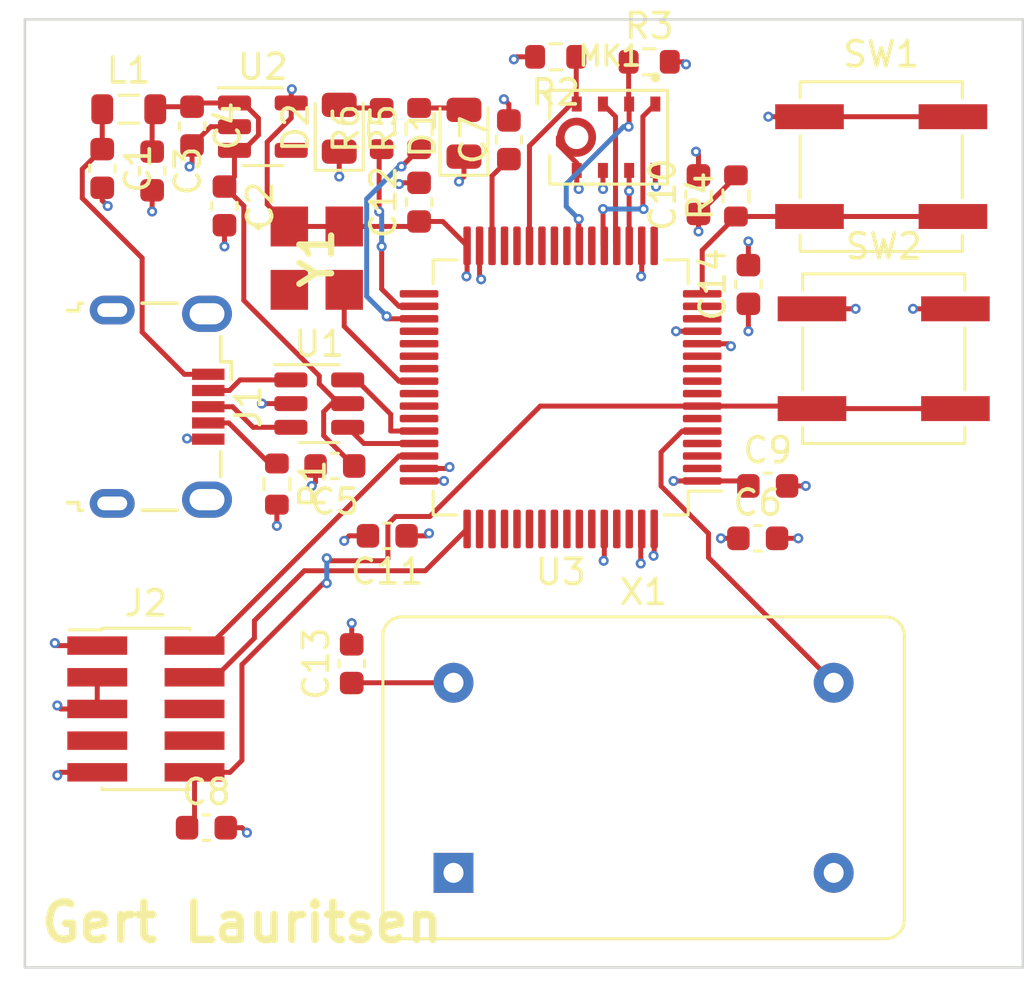
<source format=kicad_pcb>
(kicad_pcb (version 20211014) (generator pcbnew)
  (layers (0 "F.Cu" signal) (1 "In1.Cu" signal) (2 "In2.Cu" signal) (31 "B.Cu" signal) (34 "B.Paste" user) (35 "F.Paste" user) (36 "B.SilkS" user "B.Silkscreen") (37 "F.SilkS" user "F.Silkscreen") (38 "B.Mask" user) (39 "F.Mask" user) (44 "Edge.Cuts" user))
  (net 0 "")
  (net 1 "Net-(C1-Pad1)")
  (net 2 "GND")
  (net 3 "+5V")
  (net 4 "+3V3")
  (net 5 "Net-(C7-Pad1)")
  (net 6 "RST")
  (net 7 "Net-(D1-Pad2)")
  (net 8 "Net-(D2-Pad2)")
  (net 9 "Net-(J1-Pad2)")
  (net 10 "Net-(J1-Pad3)")
  (net 11 "Net-(J1-Pad4)")
  (net 12 "SWDIO")
  (net 13 "SWCLK")
  (net 17 "CK")
  (net 18 "SD")
  (net 19 "WS")
  (net 20 "LR")
  (net 21 "Mute")
  (net 22 "Net-(R5-Pad1)")
  (net 23 "Net-(R6-Pad1)")
  (net 24 "USB_P")
  (net 25 "USB_N")
  (net 30 "Net-(U3-Pad5)")
  (net 50 "Net-(U3-Pad40)")
  (footprint "Resistor_SMD:R_0603_1608Metric" (layer "F.Cu") (at 81.8 62.375 90)
    (fp_text reference "R5")
    (fp_text value "330")
  )
  (footprint "LED_SMD:LED_0805_2012Metric" (layer "F.Cu") (at 83.6 62.5625 90)
    (fp_text reference "D1")
    (fp_text value "LED")
  )
  (footprint "Resistor_SMD:R_0603_1608Metric" (layer "F.Cu") (at 80.3 62.375 90)
    (fp_text reference "R6")
    (fp_text value "330")
  )
  (footprint "Resistor_SMD:R_0603_1608Metric" (layer "F.Cu") (at 91.025 59.7)
    (fp_text reference "R3")
    (fp_text value "100k")
  )
  (footprint "Capacitor_SMD:C_0603_1608Metric" (layer "F.Cu") (at 69.1 63.975 -90)
    (fp_text reference "C1")
    (fp_text value "10nF")
  )
  (footprint "Button_Switch_SMD:SW_SPST_B3SL-1002P" (layer "F.Cu") (at 100.425 71.6)
    (fp_text reference "SW2")
    (fp_text value "SW_Push")
  )
  (footprint "LED_SMD:LED_0805_2012Metric" (layer "F.Cu") (at 78.6 62.3625 90)
    (fp_text reference "D2")
    (fp_text value "LED")
  )
  (footprint "SamacSys_Parts:SG8018CB122880MTJHPA3" (layer "F.Cu") (at 77.7 67.57 -90)
    (fp_text reference "Y1")
    (fp_text value "SG-8018CB_12.2880M-TJHPA3" hide)
  )
  (footprint "Oscillator:Oscillator_DIP-14" (layer "F.Cu") (at 83.18 92.21)
    (fp_text reference "X1")
    (fp_text value "ACO-xxxMHz")
  )
  (footprint "Capacitor_SMD:C_0603_1608Metric" (layer "F.Cu") (at 80.525 78.7 180)
    (fp_text reference "C11")
    (fp_text value "1uF")
  )
  (footprint "Inductor_SMD:L_0805_2012Metric" (layer "F.Cu") (at 70.1625 61.6)
    (fp_text reference "L1")
    (fp_text value "INDUCTOR")
  )
  (footprint "Connector_USB:USB_Micro-B_Wuerth_629105150521" (layer "F.Cu") (at 71.45 73.525 -90)
    (fp_text reference "J1")
    (fp_text value "USB_B_Micro")
  )
  (footprint "Capacitor_SMD:C_0603_1608Metric" (layer "F.Cu") (at 81.8 65.325 90)
    (fp_text reference "C12")
    (fp_text value "1uF")
  )
  (footprint "Capacitor_SMD:C_0603_1608Metric" (layer "F.Cu") (at 95.775 76.7)
    (fp_text reference "C9")
    (fp_text value "1uF")
  )
  (footprint "Package_TO_SOT_SMD:SOT-23-6" (layer "F.Cu") (at 77.8 73.4)
    (fp_text reference "U1")
    (fp_text value "USBLC6-2SC6")
  )
  (footprint "Package_QFP:LQFP-64_10x10mm_P0.5mm" (layer "F.Cu") (at 87.475 72.75 180)
    (fp_text reference "U3")
    (fp_text value "STM32F446RCTx")
  )
  (footprint "Resistor_SMD:R_0603_1608Metric" (layer "F.Cu") (at 94.5 65.075 90)
    (fp_text reference "R4")
    (fp_text value "100k")
  )
  (footprint "Resistor_SMD:R_0603_1608Metric" (layer "F.Cu") (at 87.275 59.5 180)
    (fp_text reference "R2")
    (fp_text value "100k")
  )
  (footprint "Capacitor_SMD:C_0603_1608Metric" (layer "F.Cu") (at 78.425 75.9 180)
    (fp_text reference "C5")
    (fp_text value "1uF")
  )
  (footprint "Capacitor_SMD:C_0603_1608Metric" (layer "F.Cu") (at 71.1 64.075 -90)
    (fp_text reference "C3")
    (fp_text value "4u7")
  )
  (footprint "Capacitor_SMD:C_0603_1608Metric" (layer "F.Cu") (at 95 68.625 90)
    (fp_text reference "C14")
    (fp_text value "1uF")
  )
  (footprint "Capacitor_SMD:C_0603_1608Metric" (layer "F.Cu") (at 85.4 62.825 90)
    (fp_text reference "C7")
    (fp_text value "4u7")
  )
  (footprint "Capacitor_SMD:C_0603_1608Metric" (layer "F.Cu") (at 79.1 83.825 90)
    (fp_text reference "C13")
    (fp_text value "1uF")
  )
  (footprint "Capacitor_SMD:C_0603_1608Metric" (layer "F.Cu") (at 72.7 62.275 -90)
    (fp_text reference "C4")
    (fp_text value "22uf")
  )
  (footprint "Capacitor_SMD:C_0603_1608Metric" (layer "F.Cu") (at 95.375 78.8)
    (fp_text reference "C6")
    (fp_text value "1uF")
  )
  (footprint "Capacitor_SMD:C_0603_1608Metric" (layer "F.Cu") (at 74 65.475 -90)
    (fp_text reference "C2")
    (fp_text value "100nF")
  )
  (footprint "Connector_PinHeader_1.27mm:PinHeader_2x05_P1.27mm_Vertical_SMD" (layer "F.Cu") (at 70.85 85.64)
    (fp_text reference "J2")
    (fp_text value "Prog")
  )
  (footprint "SnapEDA Library:MIC_INMP441ACEZ-R7" (layer "F.Cu") (at 89.4 62.7225)
    (fp_text reference "MK1")
    (fp_text value "INMP441ACEZ-R7")
  )
  (footprint "Resistor_SMD:R_0603_1608Metric" (layer "F.Cu") (at 76.1 76.625 -90)
    (fp_text reference "R1")
    (fp_text value "100k")
  )
  (footprint "Capacitor_SMD:C_0603_1608Metric" (layer "F.Cu") (at 73.275 90.4)
    (fp_text reference "C8")
    (fp_text value "100nF")
  )
  (footprint "Capacitor_SMD:C_0603_1608Metric" (layer "F.Cu") (at 93 65.025 90)
    (fp_text reference "C10")
    (fp_text value "1uF")
  )
  (footprint "Package_TO_SOT_SMD:SOT-23-5" (layer "F.Cu") (at 75.5375 62.3)
    (fp_text reference "U2")
    (fp_text value "LP5907MFX-3.3")
  )
  (footprint "Button_Switch_SMD:SW_SPST_B3SL-1002P" (layer "F.Cu") (at 100.325 63.9)
    (fp_text reference "SW1")
    (fp_text value "SW_Push")
  )
  (gr_line (start 106 58) (end 106 96) (layer "Edge.Cuts") (width 0.1))
  (gr_line (start 66 96) (end 106 96) (layer "Edge.Cuts") (width 0.1))
  (gr_line (start 66 58) (end 106 58) (layer "Edge.Cuts") (width 0.1))
  (gr_line (start 66 58) (end 66 96) (layer "Edge.Cuts") (width 0.1))
  (gr_text "Gert Lauritsen" (at 74.7 94.2) (layer "F.SilkS") (effects (font (size 1.5 1.5) (thickness 0.3))))
  (segment (start 68.3 64) (end 69.1 63.2) (width 0.2) (layer "F.Cu") (net 1))
  (segment (start 70.7 67.566783) (end 68.3 65.166783) (width 0.2) (layer "F.Cu") (net 1))
  (segment (start 70.7 70.534984) (end 70.7 67.566783) (width 0.2) (layer "F.Cu") (net 1))
  (segment (start 72.390016 72.225) (end 70.7 70.534984) (width 0.2) (layer "F.Cu") (net 1))
  (segment (start 69.1 61.6) (end 69.1 63.2) (width 0.2) (layer "F.Cu") (net 1))
  (segment (start 68.3 65.166783) (end 68.3 64) (width 0.2) (layer "F.Cu") (net 1))
  (segment (start 73.35 72.225) (end 72.390016 72.225) (width 0.2) (layer "F.Cu") (net 1))
  (segment (start 86.45 59.5) (end 85.7 59.5) (width 0.2) (layer "F.Cu") (net 2))
  (segment (start 97.45 61.9) (end 95.8 61.9) (width 0.2) (layer "F.Cu") (net 2))
  (segment (start 77.65 75.9) (end 77.65 76.55) (width 0.2) (layer "F.Cu") (net 2))
  (segment (start 72.7 63.05) (end 73.45 62.3) (width 0.2) (layer "F.Cu") (net 2))
  (segment (start 67.42 88.18) (end 67.3 88.3) (width 0.2) (layer "F.Cu") (net 2))
  (segment (start 91.27 64.67) (end 91.3 64.7) (width 0.2) (layer "F.Cu") (net 2))
  (segment (start 91.27 64.0525) (end 91.27 64.67) (width 0.2) (layer "F.Cu") (net 2))
  (segment (start 88.12 64.72) (end 88.2 64.8) (width 0.2) (layer "F.Cu") (net 2))
  (segment (start 83.6 63.5) (end 83.6 64.3) (width 0.2) (layer "F.Cu") (net 2))
  (segment (start 103.3 69.6) (end 101.6 69.6) (width 0.2) (layer "F.Cu") (net 2))
  (segment (start 74 66.25) (end 74 67.1) (width 0.2) (layer "F.Cu") (net 2))
  (segment (start 77.65 76.55) (end 77.5 76.7) (width 0.2) (layer "F.Cu") (net 2))
  (segment (start 89.225 78.425) (end 89.225 79.675) (width 0.2) (layer "F.Cu") (net 2))
  (segment (start 81.05 64.55) (end 81 64.6) (width 0.2) (layer "F.Cu") (net 2))
  (segment (start 72.7 63.8) (end 72.6 63.9) (width 0.2) (layer "F.Cu") (net 2))
  (segment (start 87.385479 63.022608) (end 87.385479 62.7225) (width 0.2) (layer "F.Cu") (net 2))
  (segment (start 82.966026 76) (end 83.02265 75.943376) (width 0.2) (layer "F.Cu") (net 2))
  (segment (start 90.685931 78.464069) (end 90.685931 79.808441) (width 0.2) (layer "F.Cu") (net 2))
  (segment (start 83.6 64.3) (end 83.4 64.5) (width 0.2) (layer "F.Cu") (net 2))
  (segment (start 96.15 78.8) (end 97 78.8) (width 0.2) (layer "F.Cu") (net 2))
  (segment (start 79.1 83.05) (end 79.1 82.2) (width 0.2) (layer "F.Cu") (net 2))
  (segment (start 79.75 78.7) (end 79 78.7) (width 0.2) (layer "F.Cu") (net 2))
  (segment (start 74.7 90.4) (end 74.9 90.6) (width 0.2) (layer "F.Cu") (net 2))
  (segment (start 68.9 88.18) (end 67.42 88.18) (width 0.2) (layer "F.Cu") (net 2))
  (segment (start 85.7 59.5) (end 85.6 59.6) (width 0.2) (layer "F.Cu") (net 2))
  (segment (start 79 78.7) (end 78.8 78.9) (width 0.2) (layer "F.Cu") (net 2))
  (segment (start 84.225 67.075) (end 84.225 68.355563) (width 0.2) (layer "F.Cu") (net 2))
  (segment (start 76.6625 73.4) (end 75.5 73.4) (width 0.2) (layer "F.Cu") (net 2))
  (segment (start 91.85 59.7) (end 92.4 59.7) (width 0.2) (layer "F.Cu") (net 2))
  (segment (start 68.9 85.64) (end 67.44 85.64) (width 0.2) (layer "F.Cu") (net 2))
  (segment (start 93 63.4) (end 92.9 63.3) (width 0.2) (layer "F.Cu") (net 2))
  (segment (start 88.12 64.0525) (end 88.12 64.72) (width 0.2) (layer "F.Cu") (net 2))
  (segment (start 84.225 68.355563) (end 84.287718 68.418281) (width 0.2) (layer "F.Cu") (net 2))
  (segment (start 81.8 64.55) (end 81.05 64.55) (width 0.2) (layer "F.Cu") (net 2))
  (segment (start 95 67.85) (end 95 66.9) (width 0.2) (layer "F.Cu") (net 2))
  (segment (start 97.55 69.6) (end 99.3 69.6) (width 0.2) (layer "F.Cu") (net 2))
  (segment (start 103.2 61.9) (end 97.45 61.9) (width 0.2) (layer "F.Cu") (net 2))
  (segment (start 73.35 74.825) (end 72.525 74.825) (width 0.2) (layer "F.Cu") (net 2))
  (segment (start 71.1 64.85) (end 71.1 65.7) (width 0.2) (layer "F.Cu") (net 2))
  (segment (start 85.4 62.05) (end 85.4 61.4) (width 0.2) (layer "F.Cu") (net 2))
  (segment (start 85.4 61.4) (end 85.2 61.2) (width 0.2) (layer "F.Cu") (net 2))
  (segment (start 92.4 59.7) (end 92.5 59.8) (width 0.2) (layer "F.Cu") (net 2))
  (segment (start 69.1 64.75) (end 69.1 65.260382) (width 0.2) (layer "F.Cu") (net 2))
  (segment (start 90.725 78.425) (end 90.685931 78.464069) (width 0.2) (layer "F.Cu") (net 2))
  (segment (start 96.55 76.7) (end 97.3 76.7) (width 0.2) (layer "F.Cu") (net 2))
  (segment (start 68.9 84.37) (end 68.9 85.64) (width 0.2) (layer "F.Cu") (net 2))
  (segment (start 78.6 63.3) (end 78.6 64.3) (width 0.2) (layer "F.Cu") (net 2))
  (segment (start 81.8 76) (end 82.966026 76) (width 0.2) (layer "F.Cu") (net 2))
  (segment (start 72.7 63.05) (end 72.7 63.8) (width 0.2) (layer "F.Cu") (net 2))
  (segment (start 72.525 74.825) (end 72.5 74.8) (width 0.2) (layer "F.Cu") (net 2))
  (segment (start 90.725 67.075) (end 90.725 68.275) (width 0.2) (layer "F.Cu") (net 2))
  (segment (start 94.2 71) (end 94.3 71.1) (width 0.2) (layer "F.Cu") (net 2))
  (segment (start 88.12 64.0525) (end 88.12 63.757129) (width 0.2) (layer "F.Cu") (net 2))
  (segment (start 76.1 77.45) (end 76.1 78.3) (width 0.2) (layer "F.Cu") (net 2))
  (segment (start 90.725 68.275) (end 90.7 68.3) (width 0.2) (layer "F.Cu") (net 2))
  (segment (start 93 64.25) (end 93 63.4) (width 0.2) (layer "F.Cu") (net 2))
  (segment (start 74.05 90.4) (end 74.7 90.4) (width 0.2) (layer "F.Cu") (net 2))
  (segment (start 88.12 63.757129) (end 87.385479 63.022608) (width 0.2) (layer "F.Cu") (net 2))
  (segment (start 67.44 85.64) (end 67.3 85.5) (width 0.2) (layer "F.Cu") (net 2))
  (segment (start 73.45 62.3) (end 74.4 62.3) (width 0.2) (layer "F.Cu") (net 2))
  (segment (start 93.15 71) (end 94.2 71) (width 0.2) (layer "F.Cu") (net 2))
  (segment (start 69.1 65.260382) (end 69.319809 65.480191) (width 0.2) (layer "F.Cu") (net 2))
  (segment (start 89.225 79.675) (end 89.2 79.7) (width 0.2) (layer "F.Cu") (net 2))
  (via (at 67.3 88.3) (size 0.4) (drill 0.2) (layers "F.Cu" "B.Cu") (net 2))
  (via (at 89.2 79.7) (size 0.4) (drill 0.2) (layers "F.Cu" "B.Cu") (net 2))
  (via (at 83.4 64.5) (size 0.4) (drill 0.2) (layers "F.Cu" "B.Cu") (net 2))
  (via (at 83.02265 75.943376) (size 0.4) (drill 0.2) (layers "F.Cu" "B.Cu") (net 2))
  (via (at 97.3 76.7) (size 0.4) (drill 0.2) (layers "F.Cu" "B.Cu") (net 2))
  (via (at 81 64.6) (size 0.4) (drill 0.2) (layers "F.Cu" "B.Cu") (net 2))
  (via (at 69.319809 65.480191) (size 0.4) (drill 0.2) (layers "F.Cu" "B.Cu") (net 2))
  (via (at 76.1 78.3) (size 0.4) (drill 0.2) (layers "F.Cu" "B.Cu") (net 2))
  (via (at 78.8 78.9) (size 0.4) (drill 0.2) (layers "F.Cu" "B.Cu") (net 2))
  (via (at 95.8 61.9) (size 0.4) (drill 0.2) (layers "F.Cu" "B.Cu") (net 2))
  (via (at 88.2 64.8) (size 0.4) (drill 0.2) (layers "F.Cu" "B.Cu") (net 2))
  (via (at 72.6 63.9) (size 0.4) (drill 0.2) (layers "F.Cu" "B.Cu") (net 2))
  (via (at 97 78.8) (size 0.4) (drill 0.2) (layers "F.Cu" "B.Cu") (net 2))
  (via (at 90.685931 79.808441) (size 0.4) (drill 0.2) (layers "F.Cu" "B.Cu") (net 2))
  (via (at 77.5 76.7) (size 0.4) (drill 0.2) (layers "F.Cu" "B.Cu") (net 2))
  (via (at 78.6 64.3) (size 0.4) (drill 0.2) (layers "F.Cu" "B.Cu") (net 2))
  (via (at 67.3 85.5) (size 0.4) (drill 0.2) (layers "F.Cu" "B.Cu") (net 2))
  (via (at 95 66.9) (size 0.4) (drill 0.2) (layers "F.Cu" "B.Cu") (net 2))
  (via (at 99.3 69.6) (size 0.4) (drill 0.2) (layers "F.Cu" "B.Cu") (net 2))
  (via (at 92.9 63.3) (size 0.4) (drill 0.2) (layers "F.Cu" "B.Cu") (net 2))
  (via (at 92.5 59.8) (size 0.4) (drill 0.2) (layers "F.Cu" "B.Cu") (net 2))
  (via (at 74.9 90.6) (size 0.4) (drill 0.2) (layers "F.Cu" "B.Cu") (net 2))
  (via (at 94.3 71.1) (size 0.4) (drill 0.2) (layers "F.Cu" "B.Cu") (net 2))
  (via (at 101.6 69.6) (size 0.4) (drill 0.2) (layers "F.Cu" "B.Cu") (net 2))
  (via (at 85.6 59.6) (size 0.4) (drill 0.2) (layers "F.Cu" "B.Cu") (net 2))
  (via (at 75.5 73.4) (size 0.4) (drill 0.2) (layers "F.Cu" "B.Cu") (net 2))
  (via (at 85.2 61.2) (size 0.4) (drill 0.2) (layers "F.Cu" "B.Cu") (net 2))
  (via (at 74 67.1) (size 0.4) (drill 0.2) (layers "F.Cu" "B.Cu") (net 2))
  (via (at 91.3 64.7) (size 0.4) (drill 0.2) (layers "F.Cu" "B.Cu") (net 2))
  (via (at 79.1 82.2) (size 0.4) (drill 0.2) (layers "F.Cu" "B.Cu") (net 2))
  (via (at 84.287718 68.418281) (size 0.4) (drill 0.2) (layers "F.Cu" "B.Cu") (net 2))
  (via (at 72.5 74.8) (size 0.4) (drill 0.2) (layers "F.Cu" "B.Cu") (net 2))
  (via (at 71.1 65.7) (size 0.4) (drill 0.2) (layers "F.Cu" "B.Cu") (net 2))
  (via (at 90.7 68.3) (size 0.4) (drill 0.2) (layers "F.Cu" "B.Cu") (net 2))
  (segment (start 79.2 75.9) (end 79.189283 75.9) (width 0.2) (layer "F.Cu") (net 3))
  (segment (start 74.4 64.3) (end 74 64.7) (width 0.2) (layer "F.Cu") (net 3))
  (segment (start 78.9375 73.4) (end 78.589283 73.4) (width 0.2) (layer "F.Cu") (net 3))
  (segment (start 74.4 63.25) (end 74.4 64.3) (width 0.2) (layer "F.Cu") (net 3))
  (segment (start 71.1 61.725) (end 71.225 61.6) (width 0.2) (layer "F.Cu") (net 3))
  (segment (start 78.589283 73.4) (end 77.8 72.610717) (width 0.2) (layer "F.Cu") (net 3))
  (segment (start 75.36202 62.636197) (end 75.36202 61.963803) (width 0.2) (layer "F.Cu") (net 3))
  (segment (start 77.97548 74.686197) (end 77.97548 73.72452) (width 0.2) (layer "F.Cu") (net 3))
  (segment (start 78.3 73.4) (end 78.9375 73.4) (width 0.2) (layer "F.Cu") (net 3))
  (segment (start 71.1 63.3) (end 71.1 61.725) (width 0.2) (layer "F.Cu") (net 3))
  (segment (start 77.97548 73.72452) (end 78.3 73.4) (width 0.2) (layer "F.Cu") (net 3))
  (segment (start 74.4 61.35) (end 72.85 61.35) (width 0.2) (layer "F.Cu") (net 3))
  (segment (start 74.748217 63.25) (end 75.36202 62.636197) (width 0.2) (layer "F.Cu") (net 3))
  (segment (start 75.36202 61.963803) (end 74.748217 61.35) (width 0.2) (layer "F.Cu") (net 3))
  (segment (start 77.8 72.610717) (end 77.8 72.289283) (width 0.2) (layer "F.Cu") (net 3))
  (segment (start 72.85 61.35) (end 72.7 61.5) (width 0.2) (layer "F.Cu") (net 3))
  (segment (start 72.7 61.5) (end 71.325 61.5) (width 0.2) (layer "F.Cu") (net 3))
  (segment (start 74.4 63.25) (end 74.748217 63.25) (width 0.2) (layer "F.Cu") (net 3))
  (segment (start 74.748217 61.35) (end 74.4 61.35) (width 0.2) (layer "F.Cu") (net 3))
  (segment (start 79.189283 75.9) (end 77.97548 74.686197) (width 0.2) (layer "F.Cu") (net 3))
  (segment (start 77.8 72.289283) (end 74.77452 69.263803) (width 0.2) (layer "F.Cu") (net 3))
  (segment (start 74.77452 69.263803) (end 74.77452 65.47452) (width 0.2) (layer "F.Cu") (net 3))
  (segment (start 71.325 61.5) (end 71.225 61.6) (width 0.2) (layer "F.Cu") (net 3))
  (segment (start 74.77452 65.47452) (end 74 64.7) (width 0.2) (layer "F.Cu") (net 3))
  (segment (start 76.675 61.35) (end 76.675 60.825) (width 0.2) (layer "F.Cu") (net 4))
  (segment (start 93 65.8) (end 94.5 64.3) (width 0.2) (layer "F.Cu") (net 4))
  (segment (start 82.1 78.7) (end 82.2 78.6) (width 0.2) (layer "F.Cu") (net 4))
  (segment (start 75.71298 65.41298) (end 76.6 66.3) (width 0.2) (layer "F.Cu") (net 4))
  (segment (start 93 65.8) (end 93 66.5) (width 0.2) (layer "F.Cu") (net 4))
  (segment (start 68.9 83.1) (end 67.3 83.1) (width 0.2) (layer "F.Cu") (net 4))
  (segment (start 91.225 78.425) (end 91.225 79.475) (width 0.2) (layer "F.Cu") (net 4))
  (segment (start 90.22 64.88) (end 90.22 67.07) (width 0.2) (layer "F.Cu") (net 4))
  (segment (start 83.725 67.075) (end 82.75 66.1) (width 0.2) (layer "F.Cu") (net 4))
  (segment (start 81.3 78.7) (end 82.1 78.7) (width 0.2) (layer "F.Cu") (net 4))
  (segment (start 94.5 64.3) (end 94.5 64.25) (width 0.2) (layer "F.Cu") (net 4))
  (segment (start 79.11 84.59) (end 83.18 84.59) (width 0.2) (layer "F.Cu") (net 4))
  (segment (start 78.8 66.3) (end 76.6 66.3) (width 0.2) (layer "F.Cu") (net 4))
  (segment (start 78.8 66.3) (end 81.6 66.3) (width 0.2) (layer "F.Cu") (net 4))
  (segment (start 93.15 76.5) (end 94.8 76.5) (width 0.2) (layer "F.Cu") (net 4))
  (segment (start 76.675 60.825) (end 76.7 60.8) (width 0.2) (layer "F.Cu") (net 4))
  (segment (start 76.675 61.951783) (end 75.71298 62.913803) (width 0.2) (layer "F.Cu") (net 4))
  (segment (start 81.6 66.3) (end 81.8 66.1) (width 0.2) (layer "F.Cu") (net 4))
  (segment (start 89.17 64.79498) (end 89.17502 64.8) (width 0.2) (layer "F.Cu") (net 4))
  (segment (start 81.8 76.5) (end 82.8 76.5) (width 0.2) (layer "F.Cu") (net 4))
  (segment (start 82.75 66.1) (end 81.8 66.1) (width 0.2) (layer "F.Cu") (net 4))
  (segment (start 83.725 67.075) (end 83.725 68.275) (width 0.2) (layer "F.Cu") (net 4))
  (segment (start 90.22 67.07) (end 90.225 67.075) (width 0.2) (layer "F.Cu") (net 4))
  (segment (start 95 69.4) (end 95 70.5) (width 0.2) (layer "F.Cu") (net 4))
  (segment (start 90.22 64.0525) (end 90.22 64.88) (width 0.2) (layer "F.Cu") (net 4))
  (segment (start 76.675 61.35) (end 76.675 61.951783) (width 0.2) (layer "F.Cu") (net 4))
  (segment (start 94.6 78.8) (end 93.9 78.8) (width 0.2) (layer "F.Cu") (net 4))
  (segment (start 79.1 84.6) (end 79.11 84.59) (width 0.2) (layer "F.Cu") (net 4))
  (segment (start 67.3 83.1) (end 67.2 83) (width 0.2) (layer "F.Cu") (net 4))
  (segment (start 89.17 64.0525) (end 89.17 64.79498) (width 0.2) (layer "F.Cu") (net 4))
  (segment (start 93.15 70.5) (end 92.1 70.5) (width 0.2) (layer "F.Cu") (net 4))
  (segment (start 91.225 79.475) (end 91.2 79.5) (width 0.2) (layer "F.Cu") (net 4))
  (segment (start 94.8 76.5) (end 95 76.7) (width 0.2) (layer "F.Cu") (net 4))
  (segment (start 75.71298 62.913803) (end 75.71298 65.41298) (width 0.2) (layer "F.Cu") (net 4))
  (segment (start 83.725 68.275) (end 83.7 68.3) (width 0.2) (layer "F.Cu") (net 4))
  (segment (start 93.15 76.5) (end 92 76.5) (width 0.2) (layer "F.Cu") (net 4))
  (via (at 82.8 76.5) (size 0.4) (drill 0.2) (layers "F.Cu" "B.Cu") (net 4))
  (via (at 92 76.5) (size 0.4) (drill 0.2) (layers "F.Cu" "B.Cu") (net 4))
  (via (at 93.9 78.8) (size 0.4) (drill 0.2) (layers "F.Cu" "B.Cu") (net 4))
  (via (at 91.2 79.5) (size 0.4) (drill 0.2) (layers "F.Cu" "B.Cu") (net 4))
  (via (at 67.2 83) (size 0.4) (drill 0.2) (layers "F.Cu" "B.Cu") (net 4))
  (via (at 93 66.5) (size 0.4) (drill 0.2) (layers "F.Cu" "B.Cu") (net 4))
  (via (at 92.1 70.5) (size 0.4) (drill 0.2) (layers "F.Cu" "B.Cu") (net 4))
  (via (at 90.22 64.88) (size 0.4) (drill 0.2) (layers "F.Cu" "B.Cu") (net 4))
  (via (at 95 70.5) (size 0.4) (drill 0.2) (layers "F.Cu" "B.Cu") (net 4))
  (via (at 83.7 68.3) (size 0.4) (drill 0.2) (layers "F.Cu" "B.Cu") (net 4))
  (via (at 89.17502 64.8) (size 0.4) (drill 0.2) (layers "F.Cu" "B.Cu") (net 4))
  (via (at 82.2 78.6) (size 0.4) (drill 0.2) (layers "F.Cu" "B.Cu") (net 4))
  (via (at 76.7 60.8) (size 0.4) (drill 0.2) (layers "F.Cu" "B.Cu") (net 4))
  (segment (start 84.725 64.275) (end 84.725 67.075) (width 0.2) (layer "F.Cu") (net 5))
  (segment (start 85.4 63.6) (end 84.725 64.275) (width 0.2) (layer "F.Cu") (net 5))
  (segment (start 80.55048 78.232737) (end 80.55048 79.606896) (width 0.2) (layer "F.Cu") (net 6))
  (segment (start 80.457376 79.7) (end 78.2 79.7) (width 0.2) (layer "F.Cu") (net 6))
  (segment (start 82.231896 77.92548) (end 80.857737 77.92548) (width 0.2) (layer "F.Cu") (net 6))
  (segment (start 74.7 87.7) (end 74.22 88.18) (width 0.2) (layer "F.Cu") (net 6))
  (segment (start 103.3 73.6) (end 97.55 73.6) (width 0.2) (layer "F.Cu") (net 6))
  (segment (start 93.15 73.5) (end 86.657376 73.5) (width 0.2) (layer "F.Cu") (net 6))
  (segment (start 74.7 83.865006) (end 74.7 87.7) (width 0.2) (layer "F.Cu") (net 6))
  (segment (start 80.55048 79.606896) (end 80.457376 79.7) (width 0.2) (layer "F.Cu") (net 6))
  (segment (start 77.965006 80.6) (end 74.7 83.865006) (width 0.2) (layer "F.Cu") (net 6))
  (segment (start 80.857737 77.92548) (end 80.55048 78.232737) (width 0.2) (layer "F.Cu") (net 6))
  (segment (start 86.657376 73.5) (end 82.231896 77.92548) (width 0.2) (layer "F.Cu") (net 6))
  (segment (start 78.2 79.7) (end 78.1 79.6) (width 0.2) (layer "F.Cu") (net 6))
  (segment (start 97.45 73.5) (end 97.55 73.6) (width 0.2) (layer "F.Cu") (net 6))
  (segment (start 78.1 80.6) (end 77.965006 80.6) (width 0.2) (layer "F.Cu") (net 6))
  (segment (start 72.8 90.1) (end 72.8 88.18) (width 0.2) (layer "F.Cu") (net 6))
  (segment (start 72.5 90.4) (end 72.8 90.1) (width 0.2) (layer "F.Cu") (net 6))
  (segment (start 93.15 73.5) (end 97.45 73.5) (width 0.2) (layer "F.Cu") (net 6))
  (segment (start 74.22 88.18) (end 72.8 88.18) (width 0.2) (layer "F.Cu") (net 6))
  (via (at 78.1 79.6) (size 0.4) (drill 0.2) (layers "F.Cu" "B.Cu") (net 6))
  (via (at 78.1 80.6) (size 0.4) (drill 0.2) (layers "F.Cu" "B.Cu") (net 6))
  (segment (start 78.1 79.6) (end 78.1 80.6) (width 0.2) (layer "B.Cu") (net 6))
  (segment (start 81.8 61.55) (end 83.525 61.55) (width 0.2) (layer "F.Cu") (net 7))
  (segment (start 83.525 61.55) (end 83.6 61.625) (width 0.2) (layer "F.Cu") (net 7))
  (segment (start 80.3 61.55) (end 78.725 61.55) (width 0.2) (layer "F.Cu") (net 8))
  (segment (start 78.725 61.55) (end 78.6 61.425) (width 0.2) (layer "F.Cu") (net 8))
  (segment (start 76.6625 72.45) (end 74.625 72.45) (width 0.2) (layer "F.Cu") (net 9))
  (segment (start 74.2 72.875) (end 73.35 72.875) (width 0.2) (layer "F.Cu") (net 9))
  (segment (start 74.625 72.45) (end 74.2 72.875) (width 0.2) (layer "F.Cu") (net 9))
  (segment (start 74.325 73.525) (end 73.35 73.525) (width 0.2) (layer "F.Cu") (net 10))
  (segment (start 76.6625 74.35) (end 75.15 74.35) (width 0.2) (layer "F.Cu") (net 10))
  (segment (start 75.15 74.35) (end 74.325 73.525) (width 0.2) (layer "F.Cu") (net 10))
  (segment (start 75.799022 75.8) (end 74.174022 74.175) (width 0.2) (layer "F.Cu") (net 11))
  (segment (start 74.174022 74.175) (end 73.35 74.175) (width 0.2) (layer "F.Cu") (net 11))
  (segment (start 76.1 75.8) (end 75.799022 75.8) (width 0.2) (layer "F.Cu") (net 11))
  (segment (start 81.8 75.5) (end 80.995349 75.5) (width 0.2) (layer "F.Cu") (net 12))
  (segment (start 73.395349 83.1) (end 72.8 83.1) (width 0.2) (layer "F.Cu") (net 12))
  (segment (start 80.995349 75.5) (end 73.395349 83.1) (width 0.2) (layer "F.Cu") (net 12))
  (segment (start 77.2 80.1) (end 75.2 82.1) (width 0.2) (layer "F.Cu") (net 13))
  (segment (start 83.725 78.425) (end 82.05 80.1) (width 0.2) (layer "F.Cu") (net 13))
  (segment (start 73.63 84.37) (end 72.8 84.37) (width 0.2) (layer "F.Cu") (net 13))
  (segment (start 75.2 82.1) (end 75.2 82.8) (width 0.2) (layer "F.Cu") (net 13))
  (segment (start 75.2 82.8) (end 73.63 84.37) (width 0.2) (layer "F.Cu") (net 13))
  (segment (start 82.05 80.1) (end 77.2 80.1) (width 0.2) (layer "F.Cu") (net 13))
  (segment (start 90.770489 65.570489) (end 90.8 65.6) (width 0.2) (layer "F.Cu") (net 17))
  (segment (start 89.17502 65.6) (end 89.17502 67.02502) (width 0.2) (layer "F.Cu") (net 17))
  (segment (start 91.27 61.3925) (end 90.770489 61.892011) (width 0.2) (layer "F.Cu") (net 17))
  (segment (start 90.770489 61.892011) (end 90.770489 65.570489) (width 0.2) (layer "F.Cu") (net 17))
  (segment (start 89.17502 67.02502) (end 89.225 67.075) (width 0.2) (layer "F.Cu") (net 17))
  (via (at 89.17502 65.6) (size 0.4) (drill 0.2) (layers "F.Cu" "B.Cu") (net 17))
  (via (at 90.8 65.6) (size 0.4) (drill 0.2) (layers "F.Cu" "B.Cu") (net 17))
  (segment (start 90.8 65.6) (end 89.17502 65.6) (width 0.2) (layer "B.Cu") (net 17))
  (segment (start 90.2 61.3725) (end 90.22 61.3925) (width 0.2) (layer "F.Cu") (net 18))
  (segment (start 88.2 67.05) (end 88.225 67.075) (width 0.2) (layer "F.Cu") (net 18))
  (segment (start 90.22 61.3925) (end 90.22 62.28) (width 0.2) (layer "F.Cu") (net 18))
  (segment (start 90.2 59.7) (end 90.2 61.3725) (width 0.2) (layer "F.Cu") (net 18))
  (segment (start 88.2 66) (end 88.2 67.05) (width 0.2) (layer "F.Cu") (net 18))
  (segment (start 90.22 62.28) (end 90.2 62.3) (width 0.2) (layer "F.Cu") (net 18))
  (via (at 88.2 66) (size 0.4) (drill 0.2) (layers "F.Cu" "B.Cu") (net 18))
  (via (at 90.2 62.3) (size 0.4) (drill 0.2) (layers "F.Cu" "B.Cu") (net 18))
  (segment (start 89.993584 62.3) (end 87.700489 64.593095) (width 0.2) (layer "B.Cu") (net 18))
  (segment (start 87.700489 64.593095) (end 87.700489 65.500489) (width 0.2) (layer "B.Cu") (net 18))
  (segment (start 87.700489 65.500489) (end 88.2 66) (width 0.2) (layer "B.Cu") (net 18))
  (segment (start 90.2 62.3) (end 89.993584 62.3) (width 0.2) (layer "B.Cu") (net 18))
  (segment (start 89.17 61.3925) (end 89.67452 61.89702) (width 0.2) (layer "F.Cu") (net 19))
  (segment (start 89.67452 61.89702) (end 89.67452 67.02452) (width 0.2) (layer "F.Cu") (net 19))
  (segment (start 89.67452 67.02452) (end 89.725 67.075) (width 0.2) (layer "F.Cu") (net 19))
  (segment (start 86.225 63.068653) (end 87.901153 61.3925) (width 0.2) (layer "F.Cu") (net 20))
  (segment (start 86.225 67.075) (end 86.225 63.068653) (width 0.2) (layer "F.Cu") (net 20))
  (segment (start 88.1 59.5) (end 88.1 61.3725) (width 0.2) (layer "F.Cu") (net 20))
  (segment (start 87.901153 61.3925) (end 88.12 61.3925) (width 0.2) (layer "F.Cu") (net 20))
  (segment (start 88.1 61.3725) (end 88.12 61.3925) (width 0.2) (layer "F.Cu") (net 20))
  (segment (start 93.15 67.25) (end 94.5 65.9) (width 0.2) (layer "F.Cu") (net 21))
  (segment (start 93.15 69) (end 93.15 67.25) (width 0.2) (layer "F.Cu") (net 21))
  (segment (start 103.2 65.9) (end 97.45 65.9) (width 0.2) (layer "F.Cu") (net 21))
  (segment (start 94.5 65.9) (end 97.45 65.9) (width 0.2) (layer "F.Cu") (net 21))
  (segment (start 81.103797 63.896203) (end 81.8 63.2) (width 0.2) (layer "F.Cu") (net 22))
  (segment (start 80.6 70) (end 80.5 69.9) (width 0.2) (layer "F.Cu") (net 22))
  (segment (start 81.8 70) (end 80.6 70) (width 0.2) (layer "F.Cu") (net 22))
  (segment (start 81.09598 63.896203) (end 81.103797 63.896203) (width 0.2) (layer "F.Cu") (net 22))
  (via (at 81.09598 63.896203) (size 0.4) (drill 0.2) (layers "F.Cu" "B.Cu") (net 22))
  (via (at 80.5 69.9) (size 0.4) (drill 0.2) (layers "F.Cu" "B.Cu") (net 22))
  (segment (start 80.997381 63.896203) (end 81.09598 63.896203) (width 0.2) (layer "B.Cu") (net 22))
  (segment (start 79.700489 65.193095) (end 80.997381 63.896203) (width 0.2) (layer "B.Cu") (net 22))
  (segment (start 79.700489 69.100489) (end 79.700489 65.193095) (width 0.2) (layer "B.Cu") (net 22))
  (segment (start 80.5 69.9) (end 79.700489 69.100489) (width 0.2) (layer "B.Cu") (net 22))
  (segment (start 80.2 65.7) (end 80.2 63.3) (width 0.2) (layer "F.Cu") (net 23))
  (segment (start 80.2 63.3) (end 80.3 63.2) (width 0.2) (layer "F.Cu") (net 23))
  (segment (start 80.995349 69.5) (end 80.3 68.804651) (width 0.2) (layer "F.Cu") (net 23))
  (segment (start 80.3 68.804651) (end 80.3 67.1) (width 0.2) (layer "F.Cu") (net 23))
  (segment (start 81.8 69.5) (end 80.995349 69.5) (width 0.2) (layer "F.Cu") (net 23))
  (via (at 80.2 65.7) (size 0.4) (drill 0.2) (layers "F.Cu" "B.Cu") (net 23))
  (via (at 80.3 67.1) (size 0.4) (drill 0.2) (layers "F.Cu" "B.Cu") (net 23))
  (segment (start 80.3 65.8) (end 80.2 65.7) (width 0.2) (layer "B.Cu") (net 23))
  (segment (start 80.3 67.1) (end 80.3 65.8) (width 0.2) (layer "B.Cu") (net 23))
  (segment (start 78.9375 74.35) (end 79.5875 75) (width 0.2) (layer "F.Cu") (net 24))
  (segment (start 79.5875 75) (end 81.8 75) (width 0.2) (layer "F.Cu") (net 24))
  (segment (start 80.663323 73.827606) (end 79.285717 72.45) (width 0.2) (layer "F.Cu") (net 25))
  (segment (start 79.285717 72.45) (end 78.9375 72.45) (width 0.2) (layer "F.Cu") (net 25))
  (segment (start 80.663323 74.5) (end 80.663323 73.827606) (width 0.2) (layer "F.Cu") (net 25))
  (segment (start 81.8 74.5) (end 80.663323 74.5) (width 0.2) (layer "F.Cu") (net 25))
  (segment (start 93.400489 78.606905) (end 91.5 76.706416) (width 0.2) (layer "F.Cu") (net 30))
  (segment (start 98.42 84.59) (end 93.400489 79.570489) (width 0.2) (layer "F.Cu") (net 30))
  (segment (start 93.400489 79.570489) (end 93.400489 78.606905) (width 0.2) (layer "F.Cu") (net 30))
  (segment (start 91.5 75.345349) (end 92.345349 74.5) (width 0.2) (layer "F.Cu") (net 30))
  (segment (start 92.345349 74.5) (end 93.15 74.5) (width 0.2) (layer "F.Cu") (net 30))
  (segment (start 91.5 76.706416) (end 91.5 75.345349) (width 0.2) (layer "F.Cu") (net 30))
  (segment (start 81.8 72.5) (end 80.995349 72.5) (width 0.2) (layer "F.Cu") (net 50))
  (segment (start 78.8 70.304651) (end 78.8 68.84) (width 0.2) (layer "F.Cu") (net 50))
  (segment (start 80.995349 72.5) (end 78.8 70.304651) (width 0.2) (layer "F.Cu") (net 50))
)
</source>
